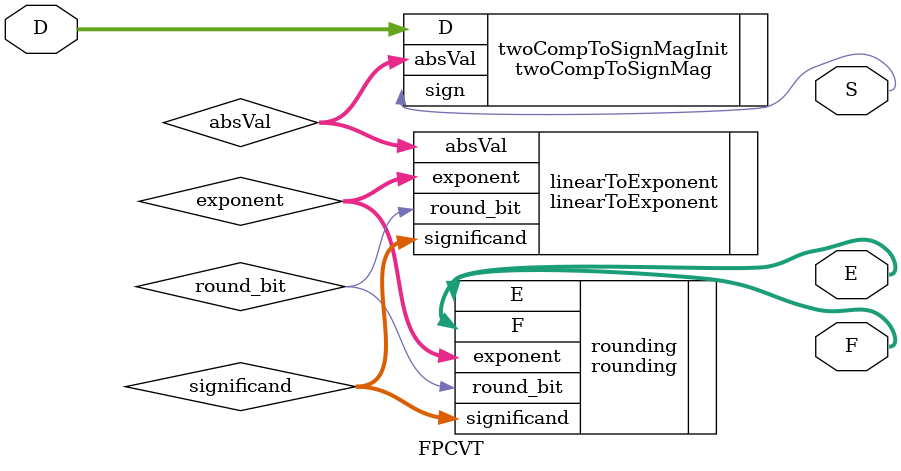
<source format=v>
`timescale 1ns / 1ps
module FPCVT(
    input [11:0] D,
    output [2:0] E,
    output S,
    output [3:0] F
    );
	
	wire [11:0] absVal;
	wire [2:0] exponent;
	wire  [3:0] significand;
	wire round_bit;
	
	
	//convert 2's comp to signed magnitude
	twoCompToSignMag twoCompToSignMagInit(
		.D(D),
		.absVal(absVal),
		.sign(S)
	);
	
	linearToExponent linearToExponent(
		.absVal(absVal),
		.exponent(exponent),
		.significand(significand),
		.round_bit(round_bit)
	);
	
	rounding rounding(
		.exponent(exponent),
		.significand(significand),
		.round_bit(round_bit),
		.E(E),
		.F(F)
	);

endmodule

</source>
